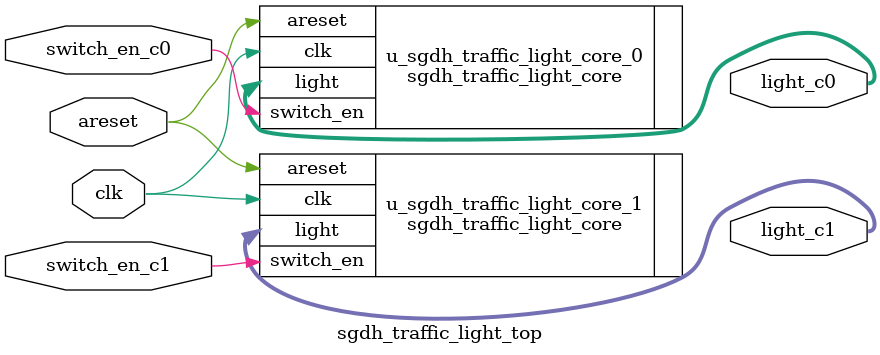
<source format=v>

`include "common_defines.vh"

module sgdh_traffic_light_top #(
// Timing parameters (for simulation purposes, you can adjust as needed)
    parameter RED_TIME_C0       = 3 * 125000000, // Zybo Z7 sysclk freq is 125MHz and real time unit is sec.  
    parameter YELLOW_TIME_C0    = 1 * 125000000, 
    parameter GREEN_TIME_C0     = 2 * 125000000,
    parameter RED_TIME_C1       = 3 * 125000000, 
    parameter YELLOW_TIME_C1    = 1 * 125000000, 
    parameter GREEN_TIME_C1     = 2 * 125000000
) (
    input clk,
    input areset,
    input switch_en_c0,
    input switch_en_c1,
    output [2:0] light_c0, // 3-bit output to represent red, yellow, green lights
    output [2:0] light_c1 // For core 1
);

sgdh_traffic_light_core #(
    .RED_TIME       (RED_TIME_C0       ), 
    .YELLOW_TIME    (YELLOW_TIME_C0    ), 
    .GREEN_TIME     (GREEN_TIME_C0     )
) u_sgdh_traffic_light_core_0 (
    .clk            (clk),
    .areset         (areset),
    .switch_en      (switch_en_c0),
    .light          (light_c0) 
);

sgdh_traffic_light_core #(
    .RED_TIME       (RED_TIME_C1       ), 
    .YELLOW_TIME    (YELLOW_TIME_C1    ), 
    .GREEN_TIME     (GREEN_TIME_C1     )
) u_sgdh_traffic_light_core_1 (
    .clk            (clk),
    .areset         (areset),
    .switch_en      (switch_en_c1),
    .light          (light_c1) 
);

endmodule


</source>
